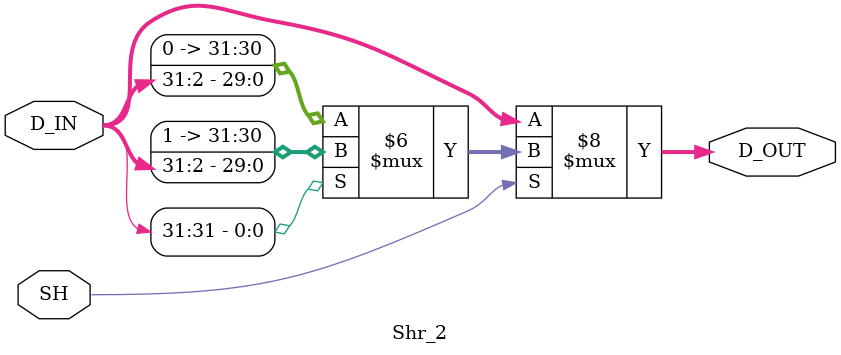
<source format=v>
`timescale 1 ns/1 ns

module Shr_2(SH, D_IN, D_OUT);

	input SH;
	input  [31:0] D_IN;
	output [31:0] D_OUT;
	reg    [31:0] D_OUT;

	// CombLogic
	always @(SH, D_IN) begin
		if(SH == 1'b1) begin
			if(D_IN[31] == 1'b1)
				D_OUT <= {2'b11, D_IN[31:2]};
			else
				D_OUT <= {2'b00, D_IN[31:2]};
		end
		else
			D_OUT <= D_IN;
	end
endmodule
</source>
